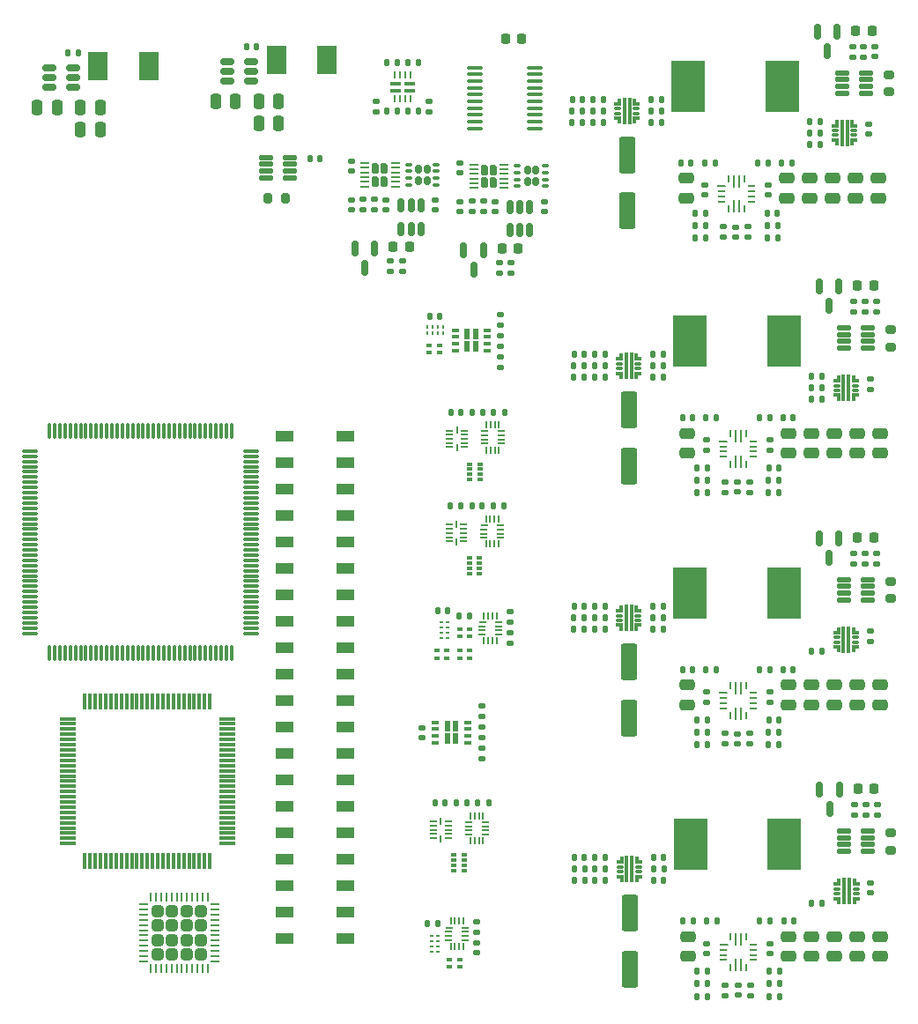
<source format=gbr>
%TF.GenerationSoftware,KiCad,Pcbnew,7.0.9*%
%TF.CreationDate,2024-01-29T23:53:49+02:00*%
%TF.ProjectId,ESLGSU,45534c47-5355-42e6-9b69-6361645f7063,rev?*%
%TF.SameCoordinates,Original*%
%TF.FileFunction,Paste,Top*%
%TF.FilePolarity,Positive*%
%FSLAX46Y46*%
G04 Gerber Fmt 4.6, Leading zero omitted, Abs format (unit mm)*
G04 Created by KiCad (PCBNEW 7.0.9) date 2024-01-29 23:53:49*
%MOMM*%
%LPD*%
G01*
G04 APERTURE LIST*
G04 Aperture macros list*
%AMRoundRect*
0 Rectangle with rounded corners*
0 $1 Rounding radius*
0 $2 $3 $4 $5 $6 $7 $8 $9 X,Y pos of 4 corners*
0 Add a 4 corners polygon primitive as box body*
4,1,4,$2,$3,$4,$5,$6,$7,$8,$9,$2,$3,0*
0 Add four circle primitives for the rounded corners*
1,1,$1+$1,$2,$3*
1,1,$1+$1,$4,$5*
1,1,$1+$1,$6,$7*
1,1,$1+$1,$8,$9*
0 Add four rect primitives between the rounded corners*
20,1,$1+$1,$2,$3,$4,$5,0*
20,1,$1+$1,$4,$5,$6,$7,0*
20,1,$1+$1,$6,$7,$8,$9,0*
20,1,$1+$1,$8,$9,$2,$3,0*%
%AMOutline5P*
0 Free polygon, 5 corners , with rotation*
0 The origin of the aperture is its center*
0 number of corners: always 5*
0 $1 to $10 corner X, Y*
0 $11 Rotation angle, in degrees counterclockwise*
0 create outline with 5 corners*
4,1,5,$1,$2,$3,$4,$5,$6,$7,$8,$9,$10,$1,$2,$11*%
%AMOutline6P*
0 Free polygon, 6 corners , with rotation*
0 The origin of the aperture is its center*
0 number of corners: always 6*
0 $1 to $12 corner X, Y*
0 $13 Rotation angle, in degrees counterclockwise*
0 create outline with 6 corners*
4,1,6,$1,$2,$3,$4,$5,$6,$7,$8,$9,$10,$11,$12,$1,$2,$13*%
%AMOutline7P*
0 Free polygon, 7 corners , with rotation*
0 The origin of the aperture is its center*
0 number of corners: always 7*
0 $1 to $14 corner X, Y*
0 $15 Rotation angle, in degrees counterclockwise*
0 create outline with 7 corners*
4,1,7,$1,$2,$3,$4,$5,$6,$7,$8,$9,$10,$11,$12,$13,$14,$1,$2,$15*%
%AMOutline8P*
0 Free polygon, 8 corners , with rotation*
0 The origin of the aperture is its center*
0 number of corners: always 8*
0 $1 to $16 corner X, Y*
0 $17 Rotation angle, in degrees counterclockwise*
0 create outline with 8 corners*
4,1,8,$1,$2,$3,$4,$5,$6,$7,$8,$9,$10,$11,$12,$13,$14,$15,$16,$1,$2,$17*%
G04 Aperture macros list end*
%ADD10RoundRect,0.250000X-0.315000X-0.315000X0.315000X-0.315000X0.315000X0.315000X-0.315000X0.315000X0*%
%ADD11RoundRect,0.062500X-0.375000X-0.062500X0.375000X-0.062500X0.375000X0.062500X-0.375000X0.062500X0*%
%ADD12RoundRect,0.062500X-0.062500X-0.375000X0.062500X-0.375000X0.062500X0.375000X-0.062500X0.375000X0*%
%ADD13RoundRect,0.140000X-0.170000X0.140000X-0.170000X-0.140000X0.170000X-0.140000X0.170000X0.140000X0*%
%ADD14RoundRect,0.135000X-0.185000X0.135000X-0.185000X-0.135000X0.185000X-0.135000X0.185000X0.135000X0*%
%ADD15RoundRect,0.135000X0.185000X-0.135000X0.185000X0.135000X-0.185000X0.135000X-0.185000X-0.135000X0*%
%ADD16RoundRect,0.150000X-0.150000X0.587500X-0.150000X-0.587500X0.150000X-0.587500X0.150000X0.587500X0*%
%ADD17RoundRect,0.140000X0.170000X-0.140000X0.170000X0.140000X-0.170000X0.140000X-0.170000X-0.140000X0*%
%ADD18RoundRect,0.150000X0.150000X-0.512500X0.150000X0.512500X-0.150000X0.512500X-0.150000X-0.512500X0*%
%ADD19RoundRect,0.150000X-0.150000X-0.250000X0.150000X-0.250000X0.150000X0.250000X-0.150000X0.250000X0*%
%ADD20RoundRect,0.097500X-0.227500X-0.097500X0.227500X-0.097500X0.227500X0.097500X-0.227500X0.097500X0*%
%ADD21RoundRect,0.218750X0.218750X0.256250X-0.218750X0.256250X-0.218750X-0.256250X0.218750X-0.256250X0*%
%ADD22RoundRect,0.172500X-0.172500X-0.332500X0.172500X-0.332500X0.172500X0.332500X-0.172500X0.332500X0*%
%ADD23RoundRect,0.050000X-0.350000X-0.050000X0.350000X-0.050000X0.350000X0.050000X-0.350000X0.050000X0*%
%ADD24RoundRect,0.250000X0.250000X0.475000X-0.250000X0.475000X-0.250000X-0.475000X0.250000X-0.475000X0*%
%ADD25RoundRect,0.200000X0.275000X-0.200000X0.275000X0.200000X-0.275000X0.200000X-0.275000X-0.200000X0*%
%ADD26R,1.780000X1.020000*%
%ADD27RoundRect,0.250000X-0.475000X0.250000X-0.475000X-0.250000X0.475000X-0.250000X0.475000X0.250000X0*%
%ADD28R,0.500000X0.320000*%
%ADD29RoundRect,0.009843X-0.290157X-0.140157X0.290157X-0.140157X0.290157X0.140157X-0.290157X0.140157X0*%
%ADD30RoundRect,0.008202X-0.116798X-0.316798X0.116798X-0.316798X0.116798X0.316798X-0.116798X0.316798X0*%
%ADD31RoundRect,0.008202X-0.291798X-0.116798X0.291798X-0.116798X0.291798X0.116798X-0.291798X0.116798X0*%
%ADD32RoundRect,0.009843X-0.140157X-1.190157X0.140157X-1.190157X0.140157X1.190157X-0.140157X1.190157X0*%
%ADD33RoundRect,0.135000X0.135000X0.185000X-0.135000X0.185000X-0.135000X-0.185000X0.135000X-0.185000X0*%
%ADD34RoundRect,0.225000X-0.225000X-0.250000X0.225000X-0.250000X0.225000X0.250000X-0.225000X0.250000X0*%
%ADD35RoundRect,0.135000X-0.135000X-0.185000X0.135000X-0.185000X0.135000X0.185000X-0.135000X0.185000X0*%
%ADD36RoundRect,0.050000X-0.300000X-0.050000X0.300000X-0.050000X0.300000X0.050000X-0.300000X0.050000X0*%
%ADD37RoundRect,0.050000X-0.250000X-0.050000X0.250000X-0.050000X0.250000X0.050000X-0.250000X0.050000X0*%
%ADD38RoundRect,0.050000X0.050000X-0.250000X0.050000X0.250000X-0.050000X0.250000X-0.050000X-0.250000X0*%
%ADD39RoundRect,0.050000X-0.050000X0.250000X-0.050000X-0.250000X0.050000X-0.250000X0.050000X0.250000X0*%
%ADD40RoundRect,0.050000X0.250000X0.050000X-0.250000X0.050000X-0.250000X-0.050000X0.250000X-0.050000X0*%
%ADD41RoundRect,0.140000X-0.140000X-0.170000X0.140000X-0.170000X0.140000X0.170000X-0.140000X0.170000X0*%
%ADD42RoundRect,0.100000X-0.637500X-0.100000X0.637500X-0.100000X0.637500X0.100000X-0.637500X0.100000X0*%
%ADD43Outline5P,-0.400000X0.125000X0.275000X0.125000X0.400000X0.000000X0.400000X-0.125000X-0.400000X-0.125000X0.000000*%
%ADD44R,0.700000X0.250000*%
%ADD45R,0.250000X0.700000*%
%ADD46R,0.250000X1.200000*%
%ADD47RoundRect,0.140000X0.140000X0.170000X-0.140000X0.170000X-0.140000X-0.170000X0.140000X-0.170000X0*%
%ADD48RoundRect,0.218750X-0.218750X-0.256250X0.218750X-0.256250X0.218750X0.256250X-0.218750X0.256250X0*%
%ADD49RoundRect,0.050000X-0.050000X0.125000X-0.050000X-0.125000X0.050000X-0.125000X0.050000X0.125000X0*%
%ADD50RoundRect,0.050000X-0.050000X0.100000X-0.050000X-0.100000X0.050000X-0.100000X0.050000X0.100000X0*%
%ADD51RoundRect,0.125000X0.537500X0.125000X-0.537500X0.125000X-0.537500X-0.125000X0.537500X-0.125000X0*%
%ADD52RoundRect,0.250000X-0.550000X1.500000X-0.550000X-1.500000X0.550000X-1.500000X0.550000X1.500000X0*%
%ADD53R,3.175000X4.950000*%
%ADD54RoundRect,0.050000X0.050000X-0.300000X0.050000X0.300000X-0.050000X0.300000X-0.050000X-0.300000X0*%
%ADD55RoundRect,0.050000X0.300000X0.050000X-0.300000X0.050000X-0.300000X-0.050000X0.300000X-0.050000X0*%
%ADD56R,1.903000X2.790000*%
%ADD57RoundRect,0.050000X-0.125000X-0.050000X0.125000X-0.050000X0.125000X0.050000X-0.125000X0.050000X0*%
%ADD58RoundRect,0.050000X-0.100000X-0.050000X0.100000X-0.050000X0.100000X0.050000X-0.100000X0.050000X0*%
%ADD59RoundRect,0.100000X-0.425000X-0.100000X0.425000X-0.100000X0.425000X0.100000X-0.425000X0.100000X0*%
%ADD60RoundRect,0.050000X-0.050000X-0.250000X0.050000X-0.250000X0.050000X0.250000X-0.050000X0.250000X0*%
%ADD61R,0.500000X0.400000*%
%ADD62RoundRect,0.250000X-0.250000X-0.475000X0.250000X-0.475000X0.250000X0.475000X-0.250000X0.475000X0*%
%ADD63RoundRect,0.150000X-0.512500X-0.150000X0.512500X-0.150000X0.512500X0.150000X-0.512500X0.150000X0*%
%ADD64R,0.600000X1.000000*%
%ADD65R,0.650000X0.350000*%
%ADD66RoundRect,0.125000X-0.537500X-0.125000X0.537500X-0.125000X0.537500X0.125000X-0.537500X0.125000X0*%
%ADD67RoundRect,0.075000X-0.725000X-0.075000X0.725000X-0.075000X0.725000X0.075000X-0.725000X0.075000X0*%
%ADD68RoundRect,0.075000X-0.075000X-0.725000X0.075000X-0.725000X0.075000X0.725000X-0.075000X0.725000X0*%
%ADD69RoundRect,0.200000X-0.200000X-0.275000X0.200000X-0.275000X0.200000X0.275000X-0.200000X0.275000X0*%
%ADD70RoundRect,0.075000X-0.662500X-0.075000X0.662500X-0.075000X0.662500X0.075000X-0.662500X0.075000X0*%
%ADD71RoundRect,0.075000X-0.075000X-0.662500X0.075000X-0.662500X0.075000X0.662500X-0.075000X0.662500X0*%
G04 APERTURE END LIST*
D10*
%TO.C,U41*%
X70160500Y-150750400D03*
X68760500Y-154950400D03*
X71560500Y-150750400D03*
X67360500Y-153550400D03*
X68760500Y-153550400D03*
X67360500Y-152150400D03*
X68760500Y-152150400D03*
X70160500Y-153550400D03*
X67360500Y-154950400D03*
X71560500Y-154950400D03*
X67360500Y-150750400D03*
X71560500Y-153550400D03*
X68760500Y-150750400D03*
X70160500Y-152150400D03*
X70160500Y-154950400D03*
X71560500Y-152150400D03*
D11*
X66023000Y-150100400D03*
X66023000Y-150600400D03*
X66023000Y-151100400D03*
X66023000Y-151600400D03*
X66023000Y-152100400D03*
X66023000Y-152600400D03*
X66023000Y-153100400D03*
X66023000Y-153600400D03*
X66023000Y-154100400D03*
X66023000Y-154600400D03*
X66023000Y-155100400D03*
X66023000Y-155600400D03*
D12*
X66710500Y-156287900D03*
X67210500Y-156287900D03*
X67710500Y-156287900D03*
X68210500Y-156287900D03*
X68710500Y-156287900D03*
X69210500Y-156287900D03*
X69710500Y-156287900D03*
X70210500Y-156287900D03*
X70710500Y-156287900D03*
X71210500Y-156287900D03*
X71710500Y-156287900D03*
X72210500Y-156287900D03*
D11*
X72898000Y-155600400D03*
X72898000Y-155100400D03*
X72898000Y-154600400D03*
X72898000Y-154100400D03*
X72898000Y-153600400D03*
X72898000Y-153100400D03*
X72898000Y-152600400D03*
X72898000Y-152100400D03*
X72898000Y-151600400D03*
X72898000Y-151100400D03*
X72898000Y-150600400D03*
X72898000Y-150100400D03*
D12*
X72210500Y-149412900D03*
X71710500Y-149412900D03*
X71210500Y-149412900D03*
X70710500Y-149412900D03*
X70210500Y-149412900D03*
X69710500Y-149412900D03*
X69210500Y-149412900D03*
X68710500Y-149412900D03*
X68210500Y-149412900D03*
X67710500Y-149412900D03*
X67210500Y-149412900D03*
X66710500Y-149412900D03*
%TD*%
D13*
%TO.C,C11*%
X96469200Y-82578000D03*
X96469200Y-83538000D03*
%TD*%
%TO.C,C9*%
X99822000Y-82578000D03*
X99822000Y-83538000D03*
%TD*%
D14*
%TO.C,R5*%
X98704400Y-82548000D03*
X98704400Y-83568000D03*
%TD*%
D13*
%TO.C,C10*%
X104546400Y-82578000D03*
X104546400Y-83538000D03*
%TD*%
D15*
%TO.C,R4*%
X101361200Y-89473200D03*
X101361200Y-88453200D03*
%TD*%
D16*
%TO.C,Q6*%
X98704400Y-87263700D03*
X96804400Y-87263700D03*
X97754400Y-89138700D03*
%TD*%
D17*
%TO.C,C12*%
X97586800Y-83515200D03*
X97586800Y-82555200D03*
%TD*%
D15*
%TO.C,R92*%
X100243600Y-89473200D03*
X100243600Y-88453200D03*
%TD*%
D18*
%TO.C,U8*%
X101259600Y-85363900D03*
X102209600Y-85363900D03*
X103159600Y-85363900D03*
X103159600Y-83088900D03*
X102209600Y-83088900D03*
X101259600Y-83088900D03*
%TD*%
D19*
%TO.C,U6*%
X102930600Y-79603600D03*
X102930600Y-80703600D03*
X103730600Y-79603600D03*
X103730600Y-80703600D03*
D20*
X101955600Y-81128600D03*
X101955600Y-79178600D03*
X101955600Y-79828600D03*
X101955600Y-80478600D03*
X104605600Y-79178600D03*
X104605600Y-79828600D03*
X104605600Y-80478600D03*
X104605600Y-81128600D03*
%TD*%
D21*
%TO.C,D6*%
X102047100Y-87083600D03*
X100472100Y-87083600D03*
%TD*%
D13*
%TO.C,C8*%
X96469200Y-78869600D03*
X96469200Y-79829600D03*
%TD*%
D22*
%TO.C,U7*%
X98815000Y-79544800D03*
X98815000Y-80794800D03*
X99665000Y-79544800D03*
X99665000Y-80794800D03*
D23*
X97790000Y-79044800D03*
X97790000Y-79494800D03*
X97790000Y-79944800D03*
X97790000Y-80394800D03*
X97790000Y-80844800D03*
X97790000Y-81294800D03*
X100690000Y-81294800D03*
X100690000Y-80844800D03*
X100690000Y-80394800D03*
X100690000Y-79944800D03*
X100690000Y-79494800D03*
X100690000Y-79044800D03*
%TD*%
D24*
%TO.C,C91*%
X79000000Y-72950000D03*
X77100000Y-72950000D03*
%TD*%
D25*
%TO.C,R13*%
X137669000Y-72049600D03*
X137669000Y-70399600D03*
%TD*%
D17*
%TO.C,C51*%
X136500000Y-117380000D03*
X136500000Y-116420000D03*
%TD*%
D26*
%TO.C,U25*%
X79595000Y-105125000D03*
X85415000Y-105125000D03*
X79595000Y-107665000D03*
X85415000Y-107665000D03*
X79595000Y-110205000D03*
X85415000Y-110205000D03*
X79595000Y-112745000D03*
X85415000Y-112745000D03*
X79595000Y-115285000D03*
X85415000Y-115285000D03*
X79595000Y-117825000D03*
X85415000Y-117825000D03*
X79595000Y-120365000D03*
X85415000Y-120365000D03*
X79595000Y-122905000D03*
X85415000Y-122905000D03*
X79595000Y-125445000D03*
X85415000Y-125445000D03*
X79595000Y-127985000D03*
X85415000Y-127985000D03*
X79595000Y-130525000D03*
X85415000Y-130525000D03*
X79595000Y-133065000D03*
X85415000Y-133065000D03*
X79595000Y-135605000D03*
X85415000Y-135605000D03*
X79595000Y-138145000D03*
X85415000Y-138145000D03*
X79595000Y-140685000D03*
X85415000Y-140685000D03*
X79595000Y-143225000D03*
X85415000Y-143225000D03*
X79595000Y-145765000D03*
X85415000Y-145765000D03*
X79595000Y-148305000D03*
X85415000Y-148305000D03*
X79595000Y-150845000D03*
X85415000Y-150845000D03*
X79595000Y-153385000D03*
X85415000Y-153385000D03*
%TD*%
D27*
%TO.C,C38*%
X130200000Y-104850000D03*
X130200000Y-106750000D03*
%TD*%
D13*
%TO.C,C73*%
X123150000Y-157890000D03*
X123150000Y-158850000D03*
%TD*%
D28*
%TO.C,RN3*%
X98362015Y-109312800D03*
X98362015Y-108812800D03*
X98362015Y-108312800D03*
X98362015Y-107812800D03*
X97362015Y-107812800D03*
X97362015Y-108312800D03*
X97362015Y-108812800D03*
X97362015Y-109312800D03*
%TD*%
D17*
%TO.C,C29*%
X135710000Y-76140000D03*
X135710000Y-75180000D03*
%TD*%
D29*
%TO.C,U22*%
X111800000Y-146050000D03*
D30*
X111975000Y-145875000D03*
D31*
X111800000Y-146525000D03*
X111800000Y-146975000D03*
D29*
X111800000Y-147450000D03*
D30*
X111975000Y-147625000D03*
D32*
X112450000Y-146750000D03*
X112950000Y-146750000D03*
D30*
X113425000Y-147625000D03*
D29*
X113600000Y-147450000D03*
D31*
X113600000Y-146975000D03*
X113600000Y-146525000D03*
D30*
X113425000Y-145875000D03*
D29*
X113600000Y-146050000D03*
%TD*%
D33*
%TO.C,R56*%
X108375000Y-123700000D03*
X107355000Y-123700000D03*
%TD*%
D27*
%TO.C,C18*%
X118150000Y-80350000D03*
X118150000Y-82250000D03*
%TD*%
D34*
%TO.C,C1*%
X100825000Y-66960000D03*
X102375000Y-66960000D03*
%TD*%
D35*
%TO.C,R32*%
X126090000Y-109400000D03*
X127110000Y-109400000D03*
%TD*%
D28*
%TO.C,RN1*%
X96835812Y-146869898D03*
X96835812Y-146369898D03*
X96835812Y-145869898D03*
X96835812Y-145369898D03*
X95835812Y-145369898D03*
X95835812Y-145869898D03*
X95835812Y-146369898D03*
X95835812Y-146869898D03*
%TD*%
D36*
%TO.C,U44*%
X98839215Y-104660800D03*
D37*
X98789215Y-105060800D03*
X98789215Y-105460800D03*
X98789215Y-105860800D03*
D38*
X98989215Y-106460800D03*
X99389215Y-106460800D03*
D39*
X99789215Y-106460800D03*
D38*
X100189215Y-106460800D03*
D37*
X100389215Y-105860800D03*
X100389215Y-105460800D03*
X100389215Y-105060800D03*
D40*
X100389215Y-104660800D03*
D38*
X100189215Y-104060800D03*
X99789215Y-104060800D03*
X99389215Y-104060800D03*
D39*
X98989215Y-104060800D03*
%TD*%
D29*
%TO.C,U10*%
X111600000Y-73200000D03*
D30*
X111775000Y-73025000D03*
D31*
X111600000Y-73675000D03*
X111600000Y-74125000D03*
D29*
X111600000Y-74600000D03*
D30*
X111775000Y-74775000D03*
D32*
X112250000Y-73900000D03*
X112750000Y-73900000D03*
D30*
X113225000Y-74775000D03*
D29*
X113400000Y-74600000D03*
D31*
X113400000Y-74125000D03*
X113400000Y-73675000D03*
D30*
X113225000Y-73025000D03*
D29*
X113400000Y-73200000D03*
%TD*%
%TO.C,U11*%
X132500000Y-75300000D03*
D30*
X132675000Y-75125000D03*
D31*
X132500000Y-75775000D03*
X132500000Y-76225000D03*
D29*
X132500000Y-76700000D03*
D30*
X132675000Y-76875000D03*
D32*
X133150000Y-76000000D03*
X133650000Y-76000000D03*
D30*
X134125000Y-76875000D03*
D29*
X134300000Y-76700000D03*
D31*
X134300000Y-76225000D03*
X134300000Y-75775000D03*
D30*
X134125000Y-75125000D03*
D29*
X134300000Y-75300000D03*
%TD*%
D41*
%TO.C,C48*%
X126120000Y-108200000D03*
X127080000Y-108200000D03*
%TD*%
D42*
%TO.C,U1*%
X97887500Y-69725000D03*
X97887500Y-70375000D03*
X97887500Y-71025000D03*
X97887500Y-71675000D03*
X97887500Y-72325000D03*
X97887500Y-72975000D03*
X97887500Y-73625000D03*
X97887500Y-74275000D03*
X97887500Y-74925000D03*
X97887500Y-75575000D03*
X103612500Y-75575000D03*
X103612500Y-74925000D03*
X103612500Y-74275000D03*
X103612500Y-73625000D03*
X103612500Y-72975000D03*
X103612500Y-72325000D03*
X103612500Y-71675000D03*
X103612500Y-71025000D03*
X103612500Y-70375000D03*
X103612500Y-69725000D03*
%TD*%
D27*
%TO.C,C41*%
X134600000Y-104850000D03*
X134600000Y-106750000D03*
%TD*%
%TO.C,C59*%
X134600000Y-129050000D03*
X134600000Y-130950000D03*
%TD*%
%TO.C,C77*%
X134650000Y-153200000D03*
X134650000Y-155100000D03*
%TD*%
D14*
%TO.C,R35*%
X124300000Y-109510000D03*
X124300000Y-110530000D03*
%TD*%
D27*
%TO.C,C42*%
X132400000Y-104850000D03*
X132400000Y-106750000D03*
%TD*%
%TO.C,C24*%
X132250000Y-80350000D03*
X132250000Y-82250000D03*
%TD*%
D33*
%TO.C,R103*%
X97360000Y-122400000D03*
X96340000Y-122400000D03*
%TD*%
D43*
%TO.C,U24*%
X121810000Y-153970000D03*
D44*
X121760000Y-154470000D03*
X121760000Y-154970000D03*
X121760000Y-155470000D03*
D45*
X122460000Y-156170000D03*
D46*
X122960000Y-155920000D03*
X123460000Y-155920000D03*
D45*
X123960000Y-156170000D03*
D44*
X124660000Y-155470000D03*
X124660000Y-154970000D03*
X124660000Y-154470000D03*
X124660000Y-153970000D03*
D45*
X123960000Y-153270000D03*
D46*
X123460000Y-153520000D03*
X122960000Y-153520000D03*
D45*
X122460000Y-153270000D03*
%TD*%
D17*
%TO.C,C95*%
X98551500Y-136101400D03*
X98551500Y-135141400D03*
%TD*%
D14*
%TO.C,R74*%
X121930000Y-157860000D03*
X121930000Y-158880000D03*
%TD*%
D41*
%TO.C,C63*%
X114995000Y-123700000D03*
X115955000Y-123700000D03*
%TD*%
D35*
%TO.C,R9*%
X109215000Y-72800000D03*
X110235000Y-72800000D03*
%TD*%
D14*
%TO.C,R72*%
X124350000Y-157860000D03*
X124350000Y-158880000D03*
%TD*%
D41*
%TO.C,C49*%
X117820000Y-127600000D03*
X118780000Y-127600000D03*
%TD*%
D47*
%TO.C,C107*%
X96474000Y-111861600D03*
X95514000Y-111861600D03*
%TD*%
D33*
%TO.C,R12*%
X131050000Y-77125000D03*
X130030000Y-77125000D03*
%TD*%
%TO.C,R52*%
X131200000Y-125825000D03*
X130180000Y-125825000D03*
%TD*%
D35*
%TO.C,R6*%
X119940000Y-78900000D03*
X120960000Y-78900000D03*
%TD*%
D41*
%TO.C,C31*%
X117820000Y-103400000D03*
X118780000Y-103400000D03*
%TD*%
D24*
%TO.C,C86*%
X61850000Y-75710000D03*
X59950000Y-75710000D03*
%TD*%
D33*
%TO.C,R17*%
X108225000Y-75000000D03*
X107205000Y-75000000D03*
%TD*%
D13*
%TO.C,C25*%
X126050000Y-81020000D03*
X126050000Y-81980000D03*
%TD*%
D41*
%TO.C,C64*%
X114995000Y-121500000D03*
X115955000Y-121500000D03*
%TD*%
D47*
%TO.C,C50*%
X128470000Y-127600000D03*
X127510000Y-127600000D03*
%TD*%
D48*
%TO.C,D4*%
X134662500Y-139050000D03*
X136237500Y-139050000D03*
%TD*%
D49*
%TO.C,U33*%
X94800000Y-94635000D03*
D50*
X94300000Y-94610000D03*
X93800000Y-94610000D03*
X93300000Y-94610000D03*
X93300000Y-95210000D03*
X93800000Y-95210000D03*
X94300000Y-95210000D03*
X94800000Y-95210000D03*
%TD*%
D47*
%TO.C,C44*%
X108355000Y-97300000D03*
X107395000Y-97300000D03*
%TD*%
D13*
%TO.C,C37*%
X123100000Y-109540000D03*
X123100000Y-110500000D03*
%TD*%
D35*
%TO.C,R45*%
X119190000Y-110600000D03*
X120210000Y-110600000D03*
%TD*%
%TO.C,R81*%
X119240000Y-158950000D03*
X120260000Y-158950000D03*
%TD*%
%TO.C,R40*%
X119040000Y-83700000D03*
X120060000Y-83700000D03*
%TD*%
D14*
%TO.C,R59*%
X121880000Y-133710000D03*
X121880000Y-134730000D03*
%TD*%
D15*
%TO.C,R87*%
X134150000Y-68710000D03*
X134150000Y-67690000D03*
%TD*%
%TO.C,R63*%
X135450000Y-141560000D03*
X135450000Y-140540000D03*
%TD*%
D41*
%TO.C,C46*%
X114995000Y-97300000D03*
X115955000Y-97300000D03*
%TD*%
D33*
%TO.C,R47*%
X126200000Y-127600000D03*
X125180000Y-127600000D03*
%TD*%
D13*
%TO.C,C100*%
X101250000Y-122020000D03*
X101250000Y-122980000D03*
%TD*%
D48*
%TO.C,D2*%
X134612500Y-90700000D03*
X136187500Y-90700000D03*
%TD*%
D22*
%TO.C,U4*%
X88340400Y-79392400D03*
X88340400Y-80642400D03*
X89190400Y-79392400D03*
X89190400Y-80642400D03*
D23*
X87315400Y-78892400D03*
X87315400Y-79342400D03*
X87315400Y-79792400D03*
X87315400Y-80242400D03*
X87315400Y-80692400D03*
X87315400Y-81142400D03*
X90215400Y-81142400D03*
X90215400Y-80692400D03*
X90215400Y-80242400D03*
X90215400Y-79792400D03*
X90215400Y-79342400D03*
X90215400Y-78892400D03*
%TD*%
D15*
%TO.C,R25*%
X135400000Y-93210000D03*
X135400000Y-92190000D03*
%TD*%
D27*
%TO.C,C74*%
X130250000Y-153200000D03*
X130250000Y-155100000D03*
%TD*%
D35*
%TO.C,R78*%
X119190000Y-134800000D03*
X120210000Y-134800000D03*
%TD*%
D13*
%TO.C,C61*%
X126200000Y-129720000D03*
X126200000Y-130680000D03*
%TD*%
D27*
%TO.C,C36*%
X118300000Y-104850000D03*
X118300000Y-106750000D03*
%TD*%
D36*
%TO.C,U31*%
X98600000Y-123000000D03*
D37*
X98550000Y-123400000D03*
X98550000Y-123800000D03*
X98550000Y-124200000D03*
D38*
X98750000Y-124800000D03*
X99150000Y-124800000D03*
D39*
X99550000Y-124800000D03*
D38*
X99950000Y-124800000D03*
D37*
X100150000Y-124200000D03*
X100150000Y-123800000D03*
X100150000Y-123400000D03*
D40*
X100150000Y-123000000D03*
D38*
X99950000Y-122400000D03*
X99550000Y-122400000D03*
X99150000Y-122400000D03*
D39*
X98750000Y-122400000D03*
%TD*%
D36*
%TO.C,U34*%
X98800000Y-113700000D03*
D37*
X98750000Y-114100000D03*
X98750000Y-114500000D03*
X98750000Y-114900000D03*
D38*
X98950000Y-115500000D03*
X99350000Y-115500000D03*
D39*
X99750000Y-115500000D03*
D38*
X100150000Y-115500000D03*
D37*
X100350000Y-114900000D03*
X100350000Y-114500000D03*
X100350000Y-114100000D03*
D40*
X100350000Y-113700000D03*
D38*
X100150000Y-113100000D03*
X99750000Y-113100000D03*
X99350000Y-113100000D03*
D39*
X98950000Y-113100000D03*
%TD*%
D15*
%TO.C,R118*%
X98551500Y-132081400D03*
X98551500Y-131061400D03*
%TD*%
D51*
%TO.C,U9*%
X135450000Y-72175000D03*
X135450000Y-71525000D03*
X135450000Y-70875000D03*
X135450000Y-70225000D03*
X133175000Y-70225000D03*
X133175000Y-70875000D03*
X133175000Y-71525000D03*
X133175000Y-72175000D03*
%TD*%
D52*
%TO.C,C17*%
X112550000Y-78100000D03*
X112550000Y-83500000D03*
%TD*%
D35*
%TO.C,R49*%
X109365000Y-121500000D03*
X110385000Y-121500000D03*
%TD*%
D27*
%TO.C,C40*%
X136800000Y-104850000D03*
X136800000Y-106750000D03*
%TD*%
D33*
%TO.C,R19*%
X108235000Y-73900000D03*
X107215000Y-73900000D03*
%TD*%
D15*
%TO.C,R83*%
X93444700Y-73971600D03*
X93444700Y-72951600D03*
%TD*%
D33*
%TO.C,R51*%
X127110000Y-134800000D03*
X126090000Y-134800000D03*
%TD*%
D41*
%TO.C,C27*%
X114845000Y-75000000D03*
X115805000Y-75000000D03*
%TD*%
D15*
%TO.C,R95*%
X100350000Y-98520000D03*
X100350000Y-97500000D03*
%TD*%
D13*
%TO.C,C43*%
X126200000Y-105520000D03*
X126200000Y-106480000D03*
%TD*%
D33*
%TO.C,R14*%
X110235000Y-73900000D03*
X109215000Y-73900000D03*
%TD*%
%TO.C,R20*%
X131050000Y-74925000D03*
X130030000Y-74925000D03*
%TD*%
D29*
%TO.C,U15*%
X132650000Y-99800000D03*
D30*
X132825000Y-99625000D03*
D31*
X132650000Y-100275000D03*
X132650000Y-100725000D03*
D29*
X132650000Y-101200000D03*
D30*
X132825000Y-101375000D03*
D32*
X133300000Y-100500000D03*
X133800000Y-100500000D03*
D30*
X134275000Y-101375000D03*
D29*
X134450000Y-101200000D03*
D31*
X134450000Y-100725000D03*
X134450000Y-100275000D03*
D30*
X134275000Y-99625000D03*
D29*
X134450000Y-99800000D03*
%TD*%
D53*
%TO.C,L3*%
X118532500Y-120200000D03*
X127547500Y-120200000D03*
%TD*%
D35*
%TO.C,R26*%
X109365000Y-97300000D03*
X110385000Y-97300000D03*
%TD*%
D36*
%TO.C,U46*%
X93908612Y-142156698D03*
X93908612Y-142556698D03*
X93908612Y-142956698D03*
X93908612Y-143356698D03*
X93908612Y-143756698D03*
D54*
X94608612Y-143806698D03*
D55*
X95308612Y-143756698D03*
D36*
X95308612Y-143356698D03*
X95308612Y-142956698D03*
X95308612Y-142556698D03*
X95308612Y-142156698D03*
D54*
X94608612Y-142106698D03*
%TD*%
D53*
%TO.C,L4*%
X118582500Y-144350000D03*
X127597500Y-144350000D03*
%TD*%
D35*
%TO.C,R46*%
X120090000Y-127600000D03*
X121110000Y-127600000D03*
%TD*%
D47*
%TO.C,C111*%
X94987012Y-140379498D03*
X94027012Y-140379498D03*
%TD*%
D33*
%TO.C,R54*%
X110385000Y-122600000D03*
X109365000Y-122600000D03*
%TD*%
D27*
%TO.C,C56*%
X130200000Y-129050000D03*
X130200000Y-130950000D03*
%TD*%
D35*
%TO.C,R79*%
X119240000Y-156550000D03*
X120260000Y-156550000D03*
%TD*%
D13*
%TO.C,C2*%
X85994600Y-78717200D03*
X85994600Y-79677200D03*
%TD*%
D17*
%TO.C,C65*%
X135860000Y-124840000D03*
X135860000Y-123880000D03*
%TD*%
D35*
%TO.C,R80*%
X119240000Y-157750000D03*
X120260000Y-157750000D03*
%TD*%
D41*
%TO.C,C110*%
X96109812Y-140379498D03*
X97069812Y-140379498D03*
%TD*%
%TO.C,C28*%
X114845000Y-72800000D03*
X115805000Y-72800000D03*
%TD*%
D13*
%TO.C,C96*%
X100350000Y-93480000D03*
X100350000Y-94440000D03*
%TD*%
D33*
%TO.C,R97*%
X100708815Y-102822400D03*
X99688815Y-102822400D03*
%TD*%
D56*
%TO.C,L5*%
X61673500Y-69600000D03*
X66526500Y-69600000D03*
%TD*%
D33*
%TO.C,R10*%
X110225000Y-75000000D03*
X109205000Y-75000000D03*
%TD*%
D25*
%TO.C,R30*%
X137819000Y-96549600D03*
X137819000Y-94899600D03*
%TD*%
D15*
%TO.C,R88*%
X134300000Y-93210000D03*
X134300000Y-92190000D03*
%TD*%
D52*
%TO.C,C35*%
X112700000Y-102600000D03*
X112700000Y-108000000D03*
%TD*%
D43*
%TO.C,U12*%
X121610000Y-81120000D03*
D44*
X121560000Y-81620000D03*
X121560000Y-82120000D03*
X121560000Y-82620000D03*
D45*
X122260000Y-83320000D03*
D46*
X122760000Y-83070000D03*
X123260000Y-83070000D03*
D45*
X123760000Y-83320000D03*
D44*
X124460000Y-82620000D03*
X124460000Y-82120000D03*
X124460000Y-81620000D03*
X124460000Y-81120000D03*
D45*
X123760000Y-80420000D03*
D46*
X123260000Y-80670000D03*
X122760000Y-80670000D03*
D45*
X122260000Y-80420000D03*
%TD*%
D57*
%TO.C,U35*%
X93725000Y-153150000D03*
D58*
X93700000Y-153650000D03*
X93700000Y-154150000D03*
X93700000Y-154650000D03*
X94300000Y-154650000D03*
X94300000Y-154150000D03*
X94300000Y-153650000D03*
X94300000Y-153150000D03*
%TD*%
D47*
%TO.C,C80*%
X108405000Y-145650000D03*
X107445000Y-145650000D03*
%TD*%
D27*
%TO.C,C58*%
X136800000Y-129050000D03*
X136800000Y-130950000D03*
%TD*%
D59*
%TO.C,U28*%
X90261000Y-71250400D03*
X90261000Y-71950400D03*
D60*
X90186000Y-72750400D03*
X90686000Y-72750400D03*
X91186000Y-72750400D03*
X91686000Y-72750400D03*
D59*
X91611000Y-71950400D03*
X91611000Y-71250400D03*
D60*
X91686000Y-70450400D03*
X91186000Y-70450400D03*
X90686000Y-70450400D03*
X90186000Y-70450400D03*
%TD*%
D35*
%TO.C,R75*%
X115040000Y-146750000D03*
X116060000Y-146750000D03*
%TD*%
D33*
%TO.C,R7*%
X126050000Y-78900000D03*
X125030000Y-78900000D03*
%TD*%
D19*
%TO.C,U2*%
X92456000Y-79451200D03*
X92456000Y-80551200D03*
X93256000Y-79451200D03*
X93256000Y-80551200D03*
D20*
X91481000Y-80976200D03*
X91481000Y-79026200D03*
X91481000Y-79676200D03*
X91481000Y-80326200D03*
X94131000Y-79026200D03*
X94131000Y-79676200D03*
X94131000Y-80326200D03*
X94131000Y-80976200D03*
%TD*%
D13*
%TO.C,C79*%
X126250000Y-153870000D03*
X126250000Y-154830000D03*
%TD*%
D21*
%TO.C,D5*%
X91572500Y-86931200D03*
X89997500Y-86931200D03*
%TD*%
D35*
%TO.C,R16*%
X130030000Y-76025000D03*
X131050000Y-76025000D03*
%TD*%
D27*
%TO.C,C60*%
X132400000Y-129050000D03*
X132400000Y-130950000D03*
%TD*%
D47*
%TO.C,C106*%
X96513215Y-102822400D03*
X95553215Y-102822400D03*
%TD*%
D48*
%TO.C,D1*%
X134462500Y-66200000D03*
X136037500Y-66200000D03*
%TD*%
D27*
%TO.C,C22*%
X136650000Y-80350000D03*
X136650000Y-82250000D03*
%TD*%
D61*
%TO.C,RN8*%
X97400000Y-124350000D03*
X97400000Y-123650000D03*
X96400000Y-123650000D03*
X96400000Y-124350000D03*
%TD*%
D35*
%TO.C,R22*%
X114815000Y-73900000D03*
X115835000Y-73900000D03*
%TD*%
D27*
%TO.C,C76*%
X136850000Y-153200000D03*
X136850000Y-155100000D03*
%TD*%
D35*
%TO.C,R76*%
X119190000Y-132400000D03*
X120210000Y-132400000D03*
%TD*%
%TO.C,R77*%
X119190000Y-133600000D03*
X120210000Y-133600000D03*
%TD*%
D14*
%TO.C,R38*%
X121880000Y-109510000D03*
X121880000Y-110530000D03*
%TD*%
D29*
%TO.C,U18*%
X111750000Y-121900000D03*
D30*
X111925000Y-121725000D03*
D31*
X111750000Y-122375000D03*
X111750000Y-122825000D03*
D29*
X111750000Y-123300000D03*
D30*
X111925000Y-123475000D03*
D32*
X112400000Y-122600000D03*
X112900000Y-122600000D03*
D30*
X113375000Y-123475000D03*
D29*
X113550000Y-123300000D03*
D31*
X113550000Y-122825000D03*
X113550000Y-122375000D03*
D30*
X113375000Y-121725000D03*
D29*
X113550000Y-121900000D03*
%TD*%
D14*
%TO.C,R100*%
X98050000Y-151790000D03*
X98050000Y-152810000D03*
%TD*%
D27*
%TO.C,C75*%
X128050000Y-153200000D03*
X128050000Y-155100000D03*
%TD*%
D35*
%TO.C,R15*%
X125940000Y-84900000D03*
X126960000Y-84900000D03*
%TD*%
D14*
%TO.C,R94*%
X100350000Y-95450000D03*
X100350000Y-96470000D03*
%TD*%
D16*
%TO.C,Q2*%
X132850000Y-90762500D03*
X130950000Y-90762500D03*
X131900000Y-92637500D03*
%TD*%
D35*
%TO.C,R42*%
X119040000Y-86100000D03*
X120060000Y-86100000D03*
%TD*%
D36*
%TO.C,U47*%
X97313012Y-142217898D03*
D37*
X97263012Y-142617898D03*
X97263012Y-143017898D03*
X97263012Y-143417898D03*
D38*
X97463012Y-144017898D03*
X97863012Y-144017898D03*
D39*
X98263012Y-144017898D03*
D38*
X98663012Y-144017898D03*
D37*
X98863012Y-143417898D03*
X98863012Y-143017898D03*
X98863012Y-142617898D03*
D40*
X98863012Y-142217898D03*
D38*
X98663012Y-141617898D03*
X98263012Y-141617898D03*
X97863012Y-141617898D03*
D39*
X97463012Y-141617898D03*
%TD*%
D27*
%TO.C,C54*%
X118300000Y-129050000D03*
X118300000Y-130950000D03*
%TD*%
D14*
%TO.C,R21*%
X121730000Y-85010000D03*
X121730000Y-86030000D03*
%TD*%
D41*
%TO.C,C103*%
X94320000Y-121900000D03*
X95280000Y-121900000D03*
%TD*%
D24*
%TO.C,C87*%
X61850000Y-73550000D03*
X59950000Y-73550000D03*
%TD*%
D36*
%TO.C,U40*%
X95395600Y-113638800D03*
X95395600Y-114038800D03*
X95395600Y-114438800D03*
X95395600Y-114838800D03*
X95395600Y-115238800D03*
D54*
X96095600Y-115288800D03*
D55*
X96795600Y-115238800D03*
D36*
X96795600Y-114838800D03*
X96795600Y-114438800D03*
X96795600Y-114038800D03*
X96795600Y-113638800D03*
D54*
X96095600Y-113588800D03*
%TD*%
D13*
%TO.C,C34*%
X120100000Y-105520000D03*
X120100000Y-106480000D03*
%TD*%
D41*
%TO.C,C13*%
X117670000Y-78900000D03*
X118630000Y-78900000D03*
%TD*%
D35*
%TO.C,R55*%
X126090000Y-133600000D03*
X127110000Y-133600000D03*
%TD*%
D33*
%TO.C,R24*%
X126200000Y-103400000D03*
X125180000Y-103400000D03*
%TD*%
%TO.C,R73*%
X108435000Y-146750000D03*
X107415000Y-146750000D03*
%TD*%
%TO.C,R11*%
X126960000Y-86100000D03*
X125940000Y-86100000D03*
%TD*%
D17*
%TO.C,C69*%
X136550000Y-141530000D03*
X136550000Y-140570000D03*
%TD*%
D62*
%TO.C,C92*%
X72950000Y-73000000D03*
X74850000Y-73000000D03*
%TD*%
D27*
%TO.C,C72*%
X118350000Y-153200000D03*
X118350000Y-155100000D03*
%TD*%
%TO.C,C78*%
X132450000Y-153200000D03*
X132450000Y-155100000D03*
%TD*%
%TO.C,C20*%
X130050000Y-80350000D03*
X130050000Y-82250000D03*
%TD*%
D41*
%TO.C,C81*%
X115045000Y-147850000D03*
X116005000Y-147850000D03*
%TD*%
D15*
%TO.C,R91*%
X89769000Y-89320800D03*
X89769000Y-88300800D03*
%TD*%
D17*
%TO.C,C47*%
X135860000Y-100640000D03*
X135860000Y-99680000D03*
%TD*%
D48*
%TO.C,D3*%
X134612500Y-114900000D03*
X136187500Y-114900000D03*
%TD*%
D53*
%TO.C,L2*%
X118532500Y-96000000D03*
X127547500Y-96000000D03*
%TD*%
D33*
%TO.C,R62*%
X126250000Y-151750000D03*
X125230000Y-151750000D03*
%TD*%
D13*
%TO.C,C70*%
X120150000Y-153870000D03*
X120150000Y-154830000D03*
%TD*%
D35*
%TO.C,R70*%
X126140000Y-157750000D03*
X127160000Y-157750000D03*
%TD*%
D18*
%TO.C,U5*%
X90785000Y-85211500D03*
X91735000Y-85211500D03*
X92685000Y-85211500D03*
X92685000Y-82936500D03*
X91735000Y-82936500D03*
X90785000Y-82936500D03*
%TD*%
D28*
%TO.C,RN4*%
X98322800Y-118352000D03*
X98322800Y-117852000D03*
X98322800Y-117352000D03*
X98322800Y-116852000D03*
X97322800Y-116852000D03*
X97322800Y-117352000D03*
X97322800Y-117852000D03*
X97322800Y-118352000D03*
%TD*%
D41*
%TO.C,C89*%
X75920000Y-67700000D03*
X76880000Y-67700000D03*
%TD*%
D33*
%TO.C,R65*%
X110425000Y-147850000D03*
X109405000Y-147850000D03*
%TD*%
D14*
%TO.C,R93*%
X98551500Y-133111400D03*
X98551500Y-134131400D03*
%TD*%
D33*
%TO.C,R86*%
X90451500Y-73918800D03*
X89431500Y-73918800D03*
%TD*%
D35*
%TO.C,R39*%
X114965000Y-98400000D03*
X115985000Y-98400000D03*
%TD*%
D43*
%TO.C,U20*%
X121760000Y-129820000D03*
D44*
X121710000Y-130320000D03*
X121710000Y-130820000D03*
X121710000Y-131320000D03*
D45*
X122410000Y-132020000D03*
D46*
X122910000Y-131770000D03*
X123410000Y-131770000D03*
D45*
X123910000Y-132020000D03*
D44*
X124610000Y-131320000D03*
X124610000Y-130820000D03*
X124610000Y-130320000D03*
X124610000Y-129820000D03*
D45*
X123910000Y-129120000D03*
D46*
X123410000Y-129370000D03*
X122910000Y-129370000D03*
D45*
X122410000Y-129120000D03*
%TD*%
D57*
%TO.C,U39*%
X94675000Y-123000000D03*
D58*
X94650000Y-123500000D03*
X94650000Y-124000000D03*
X94650000Y-124500000D03*
X95250000Y-124500000D03*
X95250000Y-124000000D03*
X95250000Y-123500000D03*
X95250000Y-123000000D03*
%TD*%
D33*
%TO.C,R58*%
X108385000Y-122600000D03*
X107365000Y-122600000D03*
%TD*%
%TO.C,R98*%
X100669600Y-111861600D03*
X99649600Y-111861600D03*
%TD*%
%TO.C,R69*%
X110435000Y-146750000D03*
X109415000Y-146750000D03*
%TD*%
%TO.C,R82*%
X92485500Y-69245200D03*
X91465500Y-69245200D03*
%TD*%
D15*
%TO.C,R8*%
X135250000Y-68710000D03*
X135250000Y-67690000D03*
%TD*%
D14*
%TO.C,R57*%
X124300000Y-133710000D03*
X124300000Y-134730000D03*
%TD*%
D33*
%TO.C,R71*%
X108425000Y-147850000D03*
X107405000Y-147850000D03*
%TD*%
D17*
%TO.C,C98*%
X98050000Y-154780000D03*
X98050000Y-153820000D03*
%TD*%
D27*
%TO.C,C57*%
X128000000Y-129050000D03*
X128000000Y-130950000D03*
%TD*%
D15*
%TO.C,R85*%
X88417500Y-73971600D03*
X88417500Y-72951600D03*
%TD*%
D17*
%TO.C,C33*%
X136500000Y-93180000D03*
X136500000Y-92220000D03*
%TD*%
D52*
%TO.C,C71*%
X112750000Y-150950000D03*
X112750000Y-156350000D03*
%TD*%
D33*
%TO.C,R29*%
X131200000Y-101625000D03*
X130180000Y-101625000D03*
%TD*%
D17*
%TO.C,C83*%
X135910000Y-148990000D03*
X135910000Y-148030000D03*
%TD*%
D41*
%TO.C,C30*%
X125970000Y-83700000D03*
X126930000Y-83700000D03*
%TD*%
D47*
%TO.C,C26*%
X108205000Y-72800000D03*
X107245000Y-72800000D03*
%TD*%
D43*
%TO.C,U16*%
X121760000Y-105620000D03*
D44*
X121710000Y-106120000D03*
X121710000Y-106620000D03*
X121710000Y-107120000D03*
D45*
X122410000Y-107820000D03*
D46*
X122910000Y-107570000D03*
X123410000Y-107570000D03*
D45*
X123910000Y-107820000D03*
D44*
X124610000Y-107120000D03*
X124610000Y-106620000D03*
X124610000Y-106120000D03*
X124610000Y-105620000D03*
D45*
X123910000Y-104920000D03*
D46*
X123410000Y-105170000D03*
X122910000Y-105170000D03*
D45*
X122410000Y-104920000D03*
%TD*%
D27*
%TO.C,C23*%
X134450000Y-80350000D03*
X134450000Y-82250000D03*
%TD*%
D41*
%TO.C,C104*%
X97636015Y-102822400D03*
X98596015Y-102822400D03*
%TD*%
D33*
%TO.C,R50*%
X110375000Y-123700000D03*
X109355000Y-123700000D03*
%TD*%
%TO.C,R27*%
X110375000Y-99500000D03*
X109355000Y-99500000D03*
%TD*%
%TO.C,R66*%
X127160000Y-158950000D03*
X126140000Y-158950000D03*
%TD*%
D61*
%TO.C,RN2*%
X96450000Y-156100000D03*
X96450000Y-155400000D03*
X95450000Y-155400000D03*
X95450000Y-156100000D03*
%TD*%
D13*
%TO.C,C52*%
X120100000Y-129720000D03*
X120100000Y-130680000D03*
%TD*%
D47*
%TO.C,C68*%
X128520000Y-151750000D03*
X127560000Y-151750000D03*
%TD*%
D35*
%TO.C,R60*%
X114990000Y-122600000D03*
X116010000Y-122600000D03*
%TD*%
D63*
%TO.C,U26*%
X74112500Y-69150000D03*
X74112500Y-70100000D03*
X74112500Y-71050000D03*
X76387500Y-71050000D03*
X76387500Y-70100000D03*
X76387500Y-69150000D03*
%TD*%
D17*
%TO.C,C7*%
X87112200Y-82402800D03*
X87112200Y-83362800D03*
%TD*%
D16*
%TO.C,Q5*%
X88229800Y-87111300D03*
X86329800Y-87111300D03*
X87279800Y-88986300D03*
%TD*%
D64*
%TO.C,U30*%
X97141000Y-95328800D03*
X97141000Y-96528800D03*
X97916000Y-95328800D03*
X97916000Y-96528800D03*
D65*
X95978500Y-94953800D03*
X95978500Y-95603800D03*
X95978500Y-96253800D03*
X95978500Y-96903800D03*
X99078500Y-96903800D03*
X99078500Y-96253800D03*
X99078500Y-95603800D03*
X99078500Y-94953800D03*
%TD*%
D35*
%TO.C,R33*%
X130180000Y-100525000D03*
X131200000Y-100525000D03*
%TD*%
D41*
%TO.C,C66*%
X126120000Y-132400000D03*
X127080000Y-132400000D03*
%TD*%
D25*
%TO.C,R68*%
X137869000Y-144899600D03*
X137869000Y-143249600D03*
%TD*%
D64*
%TO.C,U29*%
X95250000Y-133000000D03*
X95250000Y-134200000D03*
X96025000Y-133000000D03*
X96025000Y-134200000D03*
D65*
X94087500Y-132625000D03*
X94087500Y-133275000D03*
X94087500Y-133925000D03*
X94087500Y-134575000D03*
X97187500Y-134575000D03*
X97187500Y-133925000D03*
X97187500Y-133275000D03*
X97187500Y-132625000D03*
%TD*%
D36*
%TO.C,U32*%
X95400000Y-152350000D03*
D37*
X95350000Y-152750000D03*
X95350000Y-153150000D03*
X95350000Y-153550000D03*
D38*
X95550000Y-154150000D03*
X95950000Y-154150000D03*
D39*
X96350000Y-154150000D03*
D38*
X96750000Y-154150000D03*
D37*
X96950000Y-153550000D03*
X96950000Y-153150000D03*
X96950000Y-152750000D03*
D40*
X96950000Y-152350000D03*
D38*
X96750000Y-151750000D03*
X96350000Y-151750000D03*
X95950000Y-151750000D03*
D39*
X95550000Y-151750000D03*
%TD*%
D35*
%TO.C,R84*%
X91410700Y-73918800D03*
X92430700Y-73918800D03*
%TD*%
D16*
%TO.C,Q3*%
X132850000Y-114962500D03*
X130950000Y-114962500D03*
X131900000Y-116837500D03*
%TD*%
D33*
%TO.C,R114*%
X99182612Y-140379498D03*
X98162612Y-140379498D03*
%TD*%
D66*
%TO.C,U3*%
X77824300Y-78356000D03*
X77824300Y-79006000D03*
X77824300Y-79656000D03*
X77824300Y-80306000D03*
X80099300Y-80306000D03*
X80099300Y-79656000D03*
X80099300Y-79006000D03*
X80099300Y-78356000D03*
%TD*%
D15*
%TO.C,R1*%
X90886600Y-89320800D03*
X90886600Y-88300800D03*
%TD*%
D29*
%TO.C,U23*%
X132700000Y-148150000D03*
D30*
X132875000Y-147975000D03*
D31*
X132700000Y-148625000D03*
X132700000Y-149075000D03*
D29*
X132700000Y-149550000D03*
D30*
X132875000Y-149725000D03*
D32*
X133350000Y-148850000D03*
X133850000Y-148850000D03*
D30*
X134325000Y-149725000D03*
D29*
X134500000Y-149550000D03*
D31*
X134500000Y-149075000D03*
X134500000Y-148625000D03*
D30*
X134325000Y-147975000D03*
D29*
X134500000Y-148150000D03*
%TD*%
D33*
%TO.C,R34*%
X108375000Y-99500000D03*
X107355000Y-99500000D03*
%TD*%
D29*
%TO.C,U14*%
X111750000Y-97700000D03*
D30*
X111925000Y-97525000D03*
D31*
X111750000Y-98175000D03*
X111750000Y-98625000D03*
D29*
X111750000Y-99100000D03*
D30*
X111925000Y-99275000D03*
D32*
X112400000Y-98400000D03*
X112900000Y-98400000D03*
D30*
X113375000Y-99275000D03*
D29*
X113550000Y-99100000D03*
D31*
X113550000Y-98625000D03*
X113550000Y-98175000D03*
D30*
X113375000Y-97525000D03*
D29*
X113550000Y-97700000D03*
%TD*%
D47*
%TO.C,C14*%
X128320000Y-78900000D03*
X127360000Y-78900000D03*
%TD*%
D24*
%TO.C,C90*%
X79000000Y-75110000D03*
X77100000Y-75110000D03*
%TD*%
D35*
%TO.C,R41*%
X119040000Y-84900000D03*
X120060000Y-84900000D03*
%TD*%
%TO.C,R44*%
X119190000Y-109400000D03*
X120210000Y-109400000D03*
%TD*%
D53*
%TO.C,L1*%
X118382500Y-71500000D03*
X127397500Y-71500000D03*
%TD*%
D13*
%TO.C,C19*%
X122950000Y-85040000D03*
X122950000Y-86000000D03*
%TD*%
D35*
%TO.C,R43*%
X119190000Y-108200000D03*
X120210000Y-108200000D03*
%TD*%
D33*
%TO.C,R37*%
X131200000Y-99425000D03*
X130180000Y-99425000D03*
%TD*%
D15*
%TO.C,R89*%
X134300000Y-117410000D03*
X134300000Y-116390000D03*
%TD*%
D67*
%TO.C,U38*%
X58720600Y-132281800D03*
X58720600Y-132781800D03*
X58720600Y-133281800D03*
X58720600Y-133781800D03*
X58720600Y-134281800D03*
X58720600Y-134781800D03*
X58720600Y-135281800D03*
X58720600Y-135781800D03*
X58720600Y-136281800D03*
X58720600Y-136781800D03*
X58720600Y-137281800D03*
X58720600Y-137781800D03*
X58720600Y-138281800D03*
X58720600Y-138781800D03*
X58720600Y-139281800D03*
X58720600Y-139781800D03*
X58720600Y-140281800D03*
X58720600Y-140781800D03*
X58720600Y-141281800D03*
X58720600Y-141781800D03*
X58720600Y-142281800D03*
X58720600Y-142781800D03*
X58720600Y-143281800D03*
X58720600Y-143781800D03*
X58720600Y-144281800D03*
D68*
X60395600Y-145956800D03*
X60895600Y-145956800D03*
X61395600Y-145956800D03*
X61895600Y-145956800D03*
X62395600Y-145956800D03*
X62895600Y-145956800D03*
X63395600Y-145956800D03*
X63895600Y-145956800D03*
X64395600Y-145956800D03*
X64895600Y-145956800D03*
X65395600Y-145956800D03*
X65895600Y-145956800D03*
X66395600Y-145956800D03*
X66895600Y-145956800D03*
X67395600Y-145956800D03*
X67895600Y-145956800D03*
X68395600Y-145956800D03*
X68895600Y-145956800D03*
X69395600Y-145956800D03*
X69895600Y-145956800D03*
X70395600Y-145956800D03*
X70895600Y-145956800D03*
X71395600Y-145956800D03*
X71895600Y-145956800D03*
X72395600Y-145956800D03*
D67*
X74070600Y-144281800D03*
X74070600Y-143781800D03*
X74070600Y-143281800D03*
X74070600Y-142781800D03*
X74070600Y-142281800D03*
X74070600Y-141781800D03*
X74070600Y-141281800D03*
X74070600Y-140781800D03*
X74070600Y-140281800D03*
X74070600Y-139781800D03*
X74070600Y-139281800D03*
X74070600Y-138781800D03*
X74070600Y-138281800D03*
X74070600Y-137781800D03*
X74070600Y-137281800D03*
X74070600Y-136781800D03*
X74070600Y-136281800D03*
X74070600Y-135781800D03*
X74070600Y-135281800D03*
X74070600Y-134781800D03*
X74070600Y-134281800D03*
X74070600Y-133781800D03*
X74070600Y-133281800D03*
X74070600Y-132781800D03*
X74070600Y-132281800D03*
D68*
X72395600Y-130606800D03*
X71895600Y-130606800D03*
X71395600Y-130606800D03*
X70895600Y-130606800D03*
X70395600Y-130606800D03*
X69895600Y-130606800D03*
X69395600Y-130606800D03*
X68895600Y-130606800D03*
X68395600Y-130606800D03*
X67895600Y-130606800D03*
X67395600Y-130606800D03*
X66895600Y-130606800D03*
X66395600Y-130606800D03*
X65895600Y-130606800D03*
X65395600Y-130606800D03*
X64895600Y-130606800D03*
X64395600Y-130606800D03*
X63895600Y-130606800D03*
X63395600Y-130606800D03*
X62895600Y-130606800D03*
X62395600Y-130606800D03*
X61895600Y-130606800D03*
X61395600Y-130606800D03*
X60895600Y-130606800D03*
X60395600Y-130606800D03*
%TD*%
D15*
%TO.C,R119*%
X101250000Y-125060000D03*
X101250000Y-124040000D03*
%TD*%
D41*
%TO.C,C85*%
X58770000Y-68300000D03*
X59730000Y-68300000D03*
%TD*%
D13*
%TO.C,C94*%
X92801500Y-133141400D03*
X92801500Y-134101400D03*
%TD*%
%TO.C,C5*%
X94071800Y-82425600D03*
X94071800Y-83385600D03*
%TD*%
D27*
%TO.C,C21*%
X127850000Y-80350000D03*
X127850000Y-82250000D03*
%TD*%
D41*
%TO.C,C84*%
X126170000Y-156550000D03*
X127130000Y-156550000D03*
%TD*%
D35*
%TO.C,R64*%
X109415000Y-145650000D03*
X110435000Y-145650000D03*
%TD*%
D41*
%TO.C,C45*%
X114995000Y-99500000D03*
X115955000Y-99500000D03*
%TD*%
D63*
%TO.C,U27*%
X56962500Y-69750000D03*
X56962500Y-70700000D03*
X56962500Y-71650000D03*
X59237500Y-71650000D03*
X59237500Y-70700000D03*
X59237500Y-69750000D03*
%TD*%
D47*
%TO.C,C62*%
X108355000Y-121500000D03*
X107395000Y-121500000D03*
%TD*%
D14*
%TO.C,R18*%
X124150000Y-85010000D03*
X124150000Y-86030000D03*
%TD*%
D41*
%TO.C,C67*%
X117870000Y-151750000D03*
X118830000Y-151750000D03*
%TD*%
D17*
%TO.C,C15*%
X136350000Y-68680000D03*
X136350000Y-67720000D03*
%TD*%
D33*
%TO.C,R36*%
X108385000Y-98400000D03*
X107365000Y-98400000D03*
%TD*%
D52*
%TO.C,C53*%
X112700000Y-126800000D03*
X112700000Y-132200000D03*
%TD*%
D41*
%TO.C,C3*%
X82007000Y-78435200D03*
X82967000Y-78435200D03*
%TD*%
D13*
%TO.C,C16*%
X119950000Y-81020000D03*
X119950000Y-81980000D03*
%TD*%
D51*
%TO.C,U13*%
X135600000Y-96675000D03*
X135600000Y-96025000D03*
X135600000Y-95375000D03*
X135600000Y-94725000D03*
X133325000Y-94725000D03*
X133325000Y-95375000D03*
X133325000Y-96025000D03*
X133325000Y-96675000D03*
%TD*%
%TO.C,U21*%
X135650000Y-145025000D03*
X135650000Y-144375000D03*
X135650000Y-143725000D03*
X135650000Y-143075000D03*
X133375000Y-143075000D03*
X133375000Y-143725000D03*
X133375000Y-144375000D03*
X133375000Y-145025000D03*
%TD*%
D15*
%TO.C,R90*%
X134350000Y-141560000D03*
X134350000Y-140540000D03*
%TD*%
D47*
%TO.C,C99*%
X94510000Y-93610000D03*
X93550000Y-93610000D03*
%TD*%
D14*
%TO.C,R2*%
X88229800Y-82395600D03*
X88229800Y-83415600D03*
%TD*%
D13*
%TO.C,C55*%
X123100000Y-133740000D03*
X123100000Y-134700000D03*
%TD*%
D35*
%TO.C,R23*%
X120090000Y-103400000D03*
X121110000Y-103400000D03*
%TD*%
D41*
%TO.C,C105*%
X97596800Y-111861600D03*
X98556800Y-111861600D03*
%TD*%
D61*
%TO.C,RN6*%
X95200878Y-126450000D03*
X95200878Y-125750000D03*
X94200878Y-125750000D03*
X94200878Y-126450000D03*
%TD*%
D41*
%TO.C,C82*%
X115045000Y-145650000D03*
X116005000Y-145650000D03*
%TD*%
D61*
%TO.C,RN5*%
X94500000Y-97110000D03*
X94500000Y-96410000D03*
X93500000Y-96410000D03*
X93500000Y-97110000D03*
%TD*%
D51*
%TO.C,U17*%
X135600000Y-120875000D03*
X135600000Y-120225000D03*
X135600000Y-119575000D03*
X135600000Y-118925000D03*
X133325000Y-118925000D03*
X133325000Y-119575000D03*
X133325000Y-120225000D03*
X133325000Y-120875000D03*
%TD*%
D56*
%TO.C,L6*%
X78823500Y-69000000D03*
X83676500Y-69000000D03*
%TD*%
D15*
%TO.C,R48*%
X135400000Y-117410000D03*
X135400000Y-116390000D03*
%TD*%
D29*
%TO.C,U19*%
X132650000Y-124000000D03*
D30*
X132825000Y-123825000D03*
D31*
X132650000Y-124475000D03*
X132650000Y-124925000D03*
D29*
X132650000Y-125400000D03*
D30*
X132825000Y-125575000D03*
D32*
X133300000Y-124700000D03*
X133800000Y-124700000D03*
D30*
X134275000Y-125575000D03*
D29*
X134450000Y-125400000D03*
D31*
X134450000Y-124925000D03*
X134450000Y-124475000D03*
D30*
X134275000Y-123825000D03*
D29*
X134450000Y-124000000D03*
%TD*%
D27*
%TO.C,C39*%
X128000000Y-104850000D03*
X128000000Y-106750000D03*
%TD*%
D33*
%TO.C,R28*%
X127110000Y-110600000D03*
X126090000Y-110600000D03*
%TD*%
D16*
%TO.C,Q4*%
X132900000Y-139112500D03*
X131000000Y-139112500D03*
X131950000Y-140987500D03*
%TD*%
D69*
%TO.C,R3*%
X78004400Y-82296000D03*
X79654400Y-82296000D03*
%TD*%
D41*
%TO.C,C97*%
X93320000Y-151950000D03*
X94280000Y-151950000D03*
%TD*%
D35*
%TO.C,R61*%
X120140000Y-151750000D03*
X121160000Y-151750000D03*
%TD*%
D47*
%TO.C,C32*%
X128470000Y-103400000D03*
X127510000Y-103400000D03*
%TD*%
D61*
%TO.C,RN7*%
X97400878Y-126450000D03*
X97400878Y-125750000D03*
X96400878Y-125750000D03*
X96400878Y-126450000D03*
%TD*%
D33*
%TO.C,R31*%
X110385000Y-98400000D03*
X109365000Y-98400000D03*
%TD*%
D25*
%TO.C,R53*%
X137819000Y-120749600D03*
X137819000Y-119099600D03*
%TD*%
D47*
%TO.C,C93*%
X90398700Y-69245200D03*
X89438700Y-69245200D03*
%TD*%
D13*
%TO.C,C4*%
X89347400Y-82425600D03*
X89347400Y-83385600D03*
%TD*%
%TO.C,C6*%
X85994600Y-82425600D03*
X85994600Y-83385600D03*
%TD*%
D33*
%TO.C,R67*%
X131250000Y-149975000D03*
X130230000Y-149975000D03*
%TD*%
D36*
%TO.C,U36*%
X95434815Y-104599600D03*
X95434815Y-104999600D03*
X95434815Y-105399600D03*
X95434815Y-105799600D03*
X95434815Y-106199600D03*
D54*
X96134815Y-106249600D03*
D55*
X96834815Y-106199600D03*
D36*
X96834815Y-105799600D03*
X96834815Y-105399600D03*
X96834815Y-104999600D03*
X96834815Y-104599600D03*
D54*
X96134815Y-104549600D03*
%TD*%
D62*
%TO.C,C88*%
X55800000Y-73600000D03*
X57700000Y-73600000D03*
%TD*%
D16*
%TO.C,Q1*%
X132700000Y-66262500D03*
X130800000Y-66262500D03*
X131750000Y-68137500D03*
%TD*%
D70*
%TO.C,U37*%
X55072700Y-106566000D03*
X55072700Y-107066000D03*
X55072700Y-107566000D03*
X55072700Y-108066000D03*
X55072700Y-108566000D03*
X55072700Y-109066000D03*
X55072700Y-109566000D03*
X55072700Y-110066000D03*
X55072700Y-110566000D03*
X55072700Y-111066000D03*
X55072700Y-111566000D03*
X55072700Y-112066000D03*
X55072700Y-112566000D03*
X55072700Y-113066000D03*
X55072700Y-113566000D03*
X55072700Y-114066000D03*
X55072700Y-114566000D03*
X55072700Y-115066000D03*
X55072700Y-115566000D03*
X55072700Y-116066000D03*
X55072700Y-116566000D03*
X55072700Y-117066000D03*
X55072700Y-117566000D03*
X55072700Y-118066000D03*
X55072700Y-118566000D03*
X55072700Y-119066000D03*
X55072700Y-119566000D03*
X55072700Y-120066000D03*
X55072700Y-120566000D03*
X55072700Y-121066000D03*
X55072700Y-121566000D03*
X55072700Y-122066000D03*
X55072700Y-122566000D03*
X55072700Y-123066000D03*
X55072700Y-123566000D03*
X55072700Y-124066000D03*
D71*
X56985200Y-125978500D03*
X57485200Y-125978500D03*
X57985200Y-125978500D03*
X58485200Y-125978500D03*
X58985200Y-125978500D03*
X59485200Y-125978500D03*
X59985200Y-125978500D03*
X60485200Y-125978500D03*
X60985200Y-125978500D03*
X61485200Y-125978500D03*
X61985200Y-125978500D03*
X62485200Y-125978500D03*
X62985200Y-125978500D03*
X63485200Y-125978500D03*
X63985200Y-125978500D03*
X64485200Y-125978500D03*
X64985200Y-125978500D03*
X65485200Y-125978500D03*
X65985200Y-125978500D03*
X66485200Y-125978500D03*
X66985200Y-125978500D03*
X67485200Y-125978500D03*
X67985200Y-125978500D03*
X68485200Y-125978500D03*
X68985200Y-125978500D03*
X69485200Y-125978500D03*
X69985200Y-125978500D03*
X70485200Y-125978500D03*
X70985200Y-125978500D03*
X71485200Y-125978500D03*
X71985200Y-125978500D03*
X72485200Y-125978500D03*
X72985200Y-125978500D03*
X73485200Y-125978500D03*
X73985200Y-125978500D03*
X74485200Y-125978500D03*
D70*
X76397700Y-124066000D03*
X76397700Y-123566000D03*
X76397700Y-123066000D03*
X76397700Y-122566000D03*
X76397700Y-122066000D03*
X76397700Y-121566000D03*
X76397700Y-121066000D03*
X76397700Y-120566000D03*
X76397700Y-120066000D03*
X76397700Y-119566000D03*
X76397700Y-119066000D03*
X76397700Y-118566000D03*
X76397700Y-118066000D03*
X76397700Y-117566000D03*
X76397700Y-117066000D03*
X76397700Y-116566000D03*
X76397700Y-116066000D03*
X76397700Y-115566000D03*
X76397700Y-115066000D03*
X76397700Y-114566000D03*
X76397700Y-114066000D03*
X76397700Y-113566000D03*
X76397700Y-113066000D03*
X76397700Y-112566000D03*
X76397700Y-112066000D03*
X76397700Y-111566000D03*
X76397700Y-111066000D03*
X76397700Y-110566000D03*
X76397700Y-110066000D03*
X76397700Y-109566000D03*
X76397700Y-109066000D03*
X76397700Y-108566000D03*
X76397700Y-108066000D03*
X76397700Y-107566000D03*
X76397700Y-107066000D03*
X76397700Y-106566000D03*
D71*
X74485200Y-104653500D03*
X73985200Y-104653500D03*
X73485200Y-104653500D03*
X72985200Y-104653500D03*
X72485200Y-104653500D03*
X71985200Y-104653500D03*
X71485200Y-104653500D03*
X70985200Y-104653500D03*
X70485200Y-104653500D03*
X69985200Y-104653500D03*
X69485200Y-104653500D03*
X68985200Y-104653500D03*
X68485200Y-104653500D03*
X67985200Y-104653500D03*
X67485200Y-104653500D03*
X66985200Y-104653500D03*
X66485200Y-104653500D03*
X65985200Y-104653500D03*
X65485200Y-104653500D03*
X64985200Y-104653500D03*
X64485200Y-104653500D03*
X63985200Y-104653500D03*
X63485200Y-104653500D03*
X62985200Y-104653500D03*
X62485200Y-104653500D03*
X61985200Y-104653500D03*
X61485200Y-104653500D03*
X60985200Y-104653500D03*
X60485200Y-104653500D03*
X59985200Y-104653500D03*
X59485200Y-104653500D03*
X58985200Y-104653500D03*
X58485200Y-104653500D03*
X57985200Y-104653500D03*
X57485200Y-104653500D03*
X56985200Y-104653500D03*
%TD*%
M02*

</source>
